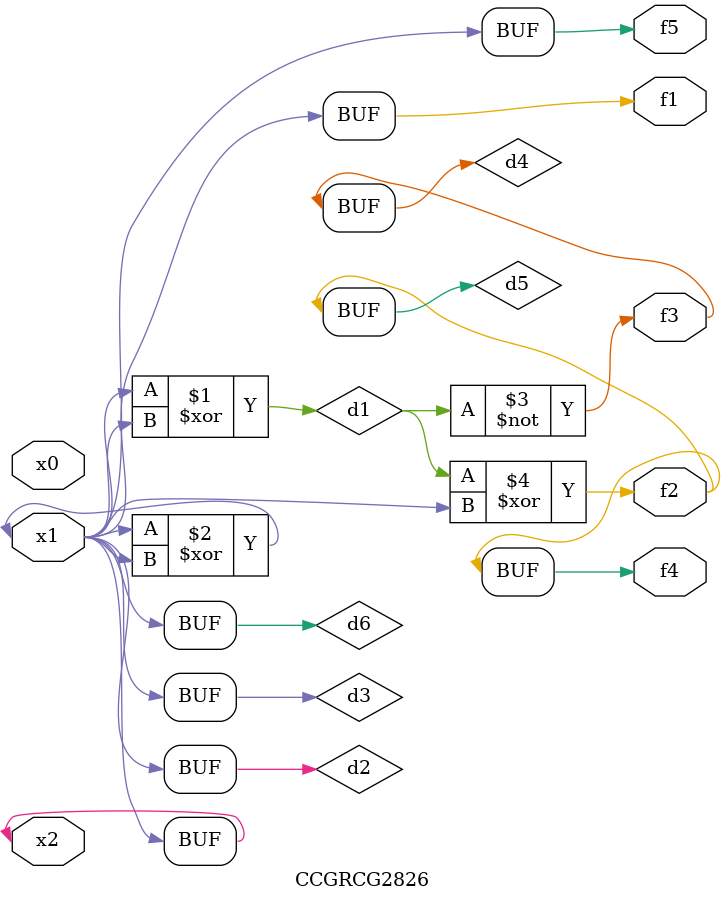
<source format=v>
module CCGRCG2826(
	input x0, x1, x2,
	output f1, f2, f3, f4, f5
);

	wire d1, d2, d3, d4, d5, d6;

	xor (d1, x1, x2);
	buf (d2, x1, x2);
	xor (d3, x1, x2);
	nor (d4, d1);
	xor (d5, d1, d2);
	buf (d6, d2, d3);
	assign f1 = d6;
	assign f2 = d5;
	assign f3 = d4;
	assign f4 = d5;
	assign f5 = d6;
endmodule

</source>
